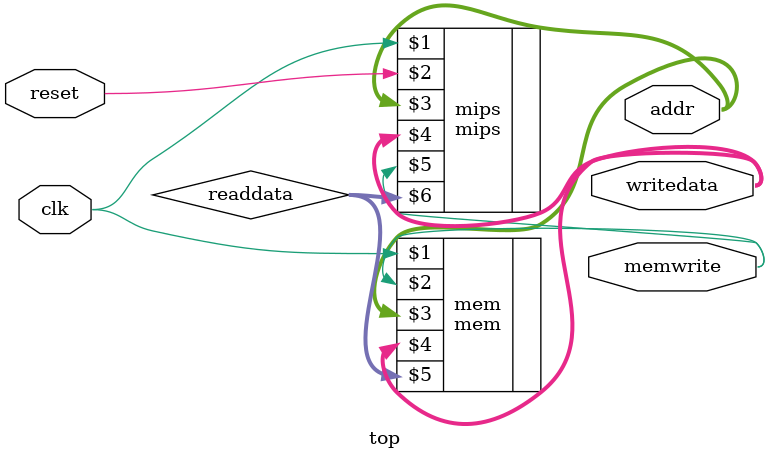
<source format=v>
module top(
    input clk, reset,
    output [31:0] writedata, addr,
    output memwrite
);
    wire [31:0] readdata;
    mips mips(clk, reset, addr, writedata, memwrite, readdata);
    mem mem(clk, memwrite, addr, writedata, readdata);
endmodule
</source>
